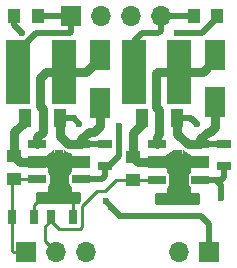
<source format=gtl>
G04 #@! TF.FileFunction,Copper,L1,Top,Signal*
%FSLAX46Y46*%
G04 Gerber Fmt 4.6, Leading zero omitted, Abs format (unit mm)*
G04 Created by KiCad (PCBNEW 4.0.2-stable) date 9/5/2017 9:47:41 PM*
%MOMM*%
G01*
G04 APERTURE LIST*
%ADD10C,0.100000*%
%ADD11C,0.600000*%
%ADD12R,1.000000X1.250000*%
%ADD13R,1.000000X1.600000*%
%ADD14R,1.250000X1.000000*%
%ADD15R,2.150000X5.500000*%
%ADD16R,1.700000X1.700000*%
%ADD17O,1.700000X1.700000*%
%ADD18R,1.300000X0.700000*%
%ADD19R,0.700000X1.300000*%
%ADD20R,1.500000X0.700000*%
%ADD21R,1.500000X1.000000*%
%ADD22R,0.800000X2.000000*%
%ADD23R,1.800000X2.500000*%
%ADD24C,0.500000*%
%ADD25C,0.750000*%
%ADD26C,0.250000*%
%ADD27C,0.254000*%
G04 APERTURE END LIST*
D10*
D11*
X68592600Y-67398800D03*
X66611400Y-61150400D03*
X59321600Y-68160800D03*
X59956600Y-61887000D03*
X56629200Y-61099600D03*
X63487200Y-67436900D03*
X65544600Y-67436900D03*
X64173000Y-67436900D03*
X66230400Y-67436900D03*
X64858800Y-67436900D03*
X56146600Y-67373400D03*
X55460800Y-67373400D03*
X54775000Y-67373400D03*
X54089200Y-67373400D03*
D12*
X51082600Y-51955600D03*
X53082600Y-51955600D03*
X68297200Y-52006400D03*
X66297200Y-52006400D03*
D13*
X61911000Y-60617000D03*
X64911000Y-60617000D03*
X52005000Y-60617000D03*
X55005000Y-60617000D03*
D14*
X51092000Y-65808000D03*
X51092000Y-63808000D03*
X61125000Y-65871500D03*
X61125000Y-63871500D03*
D15*
X51453000Y-56680000D03*
X55303000Y-56680000D03*
X61232000Y-56680000D03*
X65082000Y-56680000D03*
D16*
X55918000Y-51981000D03*
D17*
X58458000Y-51981000D03*
X60998000Y-51981000D03*
X63538000Y-51981000D03*
D16*
X52108000Y-71920000D03*
D17*
X54648000Y-71920000D03*
X57188000Y-71920000D03*
D16*
X67602000Y-71920000D03*
D17*
X65062000Y-71920000D03*
D18*
X58813600Y-62791200D03*
X58813600Y-64691200D03*
X68872000Y-62803900D03*
X68872000Y-64703900D03*
D19*
X52804000Y-68999000D03*
X50904000Y-68999000D03*
X56116200Y-68999000D03*
X54216200Y-68999000D03*
D10*
G36*
X55302000Y-63300000D02*
X56052000Y-63800000D01*
X56052000Y-64800000D01*
X55302000Y-65300000D01*
X55302000Y-63300000D01*
X55302000Y-63300000D01*
G37*
D20*
X56752000Y-62800000D03*
X56752000Y-65800000D03*
X53052000Y-62800000D03*
D21*
X53052000Y-64300000D03*
D20*
X53052000Y-65800000D03*
D21*
X56752000Y-64300000D03*
D10*
G36*
X54502000Y-65300000D02*
X53752000Y-64800000D01*
X53752000Y-63800000D01*
X54502000Y-63300000D01*
X54502000Y-65300000D01*
X54502000Y-65300000D01*
G37*
D22*
X54902000Y-64300000D03*
D10*
G36*
X65407000Y-63339500D02*
X66157000Y-63839500D01*
X66157000Y-64839500D01*
X65407000Y-65339500D01*
X65407000Y-63339500D01*
X65407000Y-63339500D01*
G37*
D20*
X66857000Y-62839500D03*
X66857000Y-65839500D03*
X63157000Y-62839500D03*
D21*
X63157000Y-64339500D03*
D20*
X63157000Y-65839500D03*
D21*
X66857000Y-64339500D03*
D10*
G36*
X64607000Y-65339500D02*
X63857000Y-64839500D01*
X63857000Y-63839500D01*
X64607000Y-63339500D01*
X64607000Y-65339500D01*
X64607000Y-65339500D01*
G37*
D22*
X65007000Y-64339500D03*
D23*
X58331000Y-59315000D03*
X58331000Y-55315000D03*
X68110000Y-59283000D03*
X68110000Y-55283000D03*
D11*
X53403400Y-67373400D03*
X51790500Y-53429998D03*
X59956600Y-61252000D03*
X68592600Y-66738400D03*
X64884200Y-53429998D03*
X56172000Y-60642400D03*
X58839000Y-67678200D03*
X66154200Y-60693200D03*
D24*
X51082600Y-51955600D02*
X51082600Y-52722098D01*
X51082600Y-52722098D02*
X51790500Y-53429998D01*
X59113600Y-64691200D02*
X59956600Y-63848200D01*
X59956600Y-63848200D02*
X59956600Y-61252000D01*
X58813600Y-64691200D02*
X59113600Y-64691200D01*
X56752000Y-65800000D02*
X58554800Y-65800000D01*
X58554800Y-65800000D02*
X58813600Y-65541200D01*
X58813600Y-65541200D02*
X58813600Y-64691200D01*
X51453000Y-56680000D02*
X51453000Y-54922000D01*
X51453000Y-54922000D02*
X52933500Y-53441500D01*
X52933500Y-53441500D02*
X55807500Y-53441500D01*
X55807500Y-53441500D02*
X55918000Y-53331000D01*
X55918000Y-53331000D02*
X55918000Y-51981000D01*
X53082600Y-51955600D02*
X55892600Y-51955600D01*
X55892600Y-51955600D02*
X55918000Y-51981000D01*
X68592600Y-66738400D02*
X68592600Y-67398800D01*
X68592600Y-66325100D02*
X68592600Y-66738400D01*
X66857000Y-65839500D02*
X68107000Y-65839500D01*
X68107000Y-65839500D02*
X68592600Y-66325100D01*
X68627900Y-65839500D02*
X68872000Y-65595400D01*
X68872000Y-65595400D02*
X68872000Y-64703900D01*
X66857000Y-65839500D02*
X68627900Y-65839500D01*
X66974400Y-53454200D02*
X64884200Y-53429998D01*
X64884200Y-53454200D02*
X64884200Y-53429998D01*
X68297200Y-52006400D02*
X68297200Y-52131400D01*
X68297200Y-52131400D02*
X66974400Y-53454200D01*
X63309400Y-53454200D02*
X63538000Y-53225600D01*
X63538000Y-53225600D02*
X63538000Y-51981000D01*
X61912400Y-53454200D02*
X63309400Y-53454200D01*
X61232000Y-54134600D02*
X61912400Y-53454200D01*
X61232000Y-56680000D02*
X61232000Y-54134600D01*
X66297200Y-52006400D02*
X63563400Y-52006400D01*
X63563400Y-52006400D02*
X63538000Y-51981000D01*
D25*
X63157000Y-64339500D02*
X61593000Y-64339500D01*
X61593000Y-64339500D02*
X61125000Y-63871500D01*
X61125000Y-61912400D02*
X61911000Y-61126400D01*
X61911000Y-61126400D02*
X61911000Y-60617000D01*
X61125000Y-63871500D02*
X61125000Y-61912400D01*
X53052000Y-64300000D02*
X51584000Y-64300000D01*
X51584000Y-64300000D02*
X51092000Y-63808000D01*
X52005000Y-60923200D02*
X51092000Y-61836200D01*
X51092000Y-61836200D02*
X51092000Y-63808000D01*
X52005000Y-60617000D02*
X52005000Y-60923200D01*
D26*
X56116200Y-68999000D02*
X56116200Y-67403800D01*
X56116200Y-67403800D02*
X56146600Y-67373400D01*
X52804000Y-68999000D02*
X52804000Y-67972800D01*
X52804000Y-67972800D02*
X53403400Y-67373400D01*
X55677000Y-64300000D02*
X56752000Y-64300000D01*
X54902000Y-64300000D02*
X55677000Y-64300000D01*
X54127000Y-64300000D02*
X54902000Y-64300000D01*
X53052000Y-64300000D02*
X54127000Y-64300000D01*
X65007000Y-64339500D02*
X64232000Y-64339500D01*
X63157000Y-64339500D02*
X64232000Y-64339500D01*
X65782000Y-64339500D02*
X66857000Y-64339500D01*
X65782000Y-64339500D02*
X65007000Y-64339500D01*
D25*
X64909600Y-61963200D02*
X64909600Y-60618400D01*
X64909600Y-60618400D02*
X64911000Y-60617000D01*
X65785900Y-62839500D02*
X64909600Y-61963200D01*
X66857000Y-62839500D02*
X65785900Y-62839500D01*
D24*
X66154200Y-60693200D02*
X66611400Y-61150400D01*
D25*
X67703600Y-61785400D02*
X68110000Y-61379000D01*
X68110000Y-61379000D02*
X68110000Y-59283000D01*
X67500400Y-61785400D02*
X67703600Y-61785400D01*
X66857000Y-62428800D02*
X67500400Y-61785400D01*
X66857000Y-62839500D02*
X66857000Y-62428800D01*
D24*
X59321600Y-68160800D02*
X58839000Y-67678200D01*
X60007400Y-68872000D02*
X60007400Y-68846600D01*
X60007400Y-68846600D02*
X59321600Y-68160800D01*
X56172000Y-60642400D02*
X56629200Y-61099600D01*
D25*
X55639400Y-62801400D02*
X56750600Y-62801400D01*
X56750600Y-62801400D02*
X56752000Y-62800000D01*
X55005000Y-60617000D02*
X55005000Y-62167000D01*
X55005000Y-62167000D02*
X55639400Y-62801400D01*
X56752000Y-62800000D02*
X56752000Y-62424600D01*
X56752000Y-62424600D02*
X57416600Y-61760000D01*
X57416600Y-61760000D02*
X57886000Y-61760000D01*
X57886000Y-61760000D02*
X58331000Y-61315000D01*
X58331000Y-61315000D02*
X58331000Y-59315000D01*
D24*
X67602000Y-71920000D02*
X67602000Y-69583200D01*
X66890800Y-68872000D02*
X60007400Y-68872000D01*
X67602000Y-69583200D02*
X66890800Y-68872000D01*
X58839000Y-67703600D02*
X58839000Y-67678200D01*
X55005000Y-60617000D02*
X56146600Y-60617000D01*
X56146600Y-60617000D02*
X56172000Y-60642400D01*
X64911000Y-60617000D02*
X66078000Y-60617000D01*
X66078000Y-60617000D02*
X66154200Y-60693200D01*
X58813600Y-62791200D02*
X56760800Y-62791200D01*
X56760800Y-62791200D02*
X56752000Y-62800000D01*
X66857000Y-62839500D02*
X68836400Y-62839500D01*
X68836400Y-62839500D02*
X68872000Y-62803900D01*
D26*
X50904000Y-68999000D02*
X50904000Y-65996000D01*
X50904000Y-65996000D02*
X51092000Y-65808000D01*
X52108000Y-71920000D02*
X51008000Y-71920000D01*
X51008000Y-71920000D02*
X50904000Y-71816000D01*
X50904000Y-71816000D02*
X50904000Y-69899000D01*
X50904000Y-69899000D02*
X50904000Y-68999000D01*
X53052000Y-65800000D02*
X51100000Y-65800000D01*
X51100000Y-65800000D02*
X51092000Y-65808000D01*
X59299500Y-66316000D02*
X59744000Y-65871500D01*
X59744000Y-65871500D02*
X61125000Y-65871500D01*
X59276198Y-66316000D02*
X59299500Y-66316000D01*
X56685202Y-70015000D02*
X55740200Y-70015000D01*
X55740200Y-70015000D02*
X55699201Y-69974001D01*
X55699201Y-69974001D02*
X54891201Y-69974001D01*
X54891201Y-69974001D02*
X54216200Y-69299000D01*
X54216200Y-69299000D02*
X54216200Y-68999000D01*
X56857800Y-68059200D02*
X56857800Y-69842402D01*
X56857800Y-69842402D02*
X56685202Y-70015000D01*
X58102400Y-66814600D02*
X56857800Y-68059200D01*
X58777598Y-66814600D02*
X58102400Y-66814600D01*
X59276198Y-66316000D02*
X58777598Y-66814600D01*
X54216200Y-68999000D02*
X54216200Y-69303800D01*
X54216200Y-69303800D02*
X53733600Y-69786400D01*
X53733600Y-69786400D02*
X53733600Y-71005600D01*
X53733600Y-71005600D02*
X54648000Y-71920000D01*
X63157000Y-65839500D02*
X61157000Y-65839500D01*
X61157000Y-65839500D02*
X61125000Y-65871500D01*
D25*
X58331000Y-55537000D02*
X57188000Y-56680000D01*
X57188000Y-56680000D02*
X55303000Y-56680000D01*
X58331000Y-55315000D02*
X58331000Y-55537000D01*
X53835200Y-56680000D02*
X55303000Y-56680000D01*
X53251000Y-57264200D02*
X53835200Y-56680000D01*
X53251000Y-59575600D02*
X53251000Y-57264200D01*
X53505000Y-59829600D02*
X53251000Y-59575600D01*
X53505000Y-61785400D02*
X53505000Y-59829600D01*
X53052000Y-62238400D02*
X53505000Y-61785400D01*
X53052000Y-62800000D02*
X53052000Y-62238400D01*
X68110000Y-55638600D02*
X67068600Y-56680000D01*
X67068600Y-56680000D02*
X65082000Y-56680000D01*
X68110000Y-55283000D02*
X68110000Y-55638600D01*
X63157000Y-62839500D02*
X63157000Y-62191800D01*
X63131600Y-59702600D02*
X63131600Y-56805400D01*
X63131600Y-56805400D02*
X63257000Y-56680000D01*
X63157000Y-62191800D02*
X63385600Y-61963200D01*
X63385600Y-61963200D02*
X63385600Y-59956600D01*
X63385600Y-59956600D02*
X63131600Y-59702600D01*
X63257000Y-56680000D02*
X65082000Y-56680000D01*
D27*
G36*
X55791000Y-65133024D02*
X55731135Y-65171546D01*
X55644141Y-65298866D01*
X55613536Y-65450000D01*
X55613536Y-66150000D01*
X55640103Y-66291190D01*
X55723546Y-66420865D01*
X55791000Y-66466954D01*
X55791000Y-66865400D01*
X55801006Y-66914810D01*
X55829447Y-66956435D01*
X55871841Y-66983715D01*
X55922231Y-66992330D01*
X56553000Y-66971304D01*
X56553000Y-67648408D01*
X56500004Y-67701404D01*
X56481565Y-67729000D01*
X52997000Y-67729000D01*
X52997000Y-66967000D01*
X53886000Y-66967000D01*
X53935410Y-66956994D01*
X53977035Y-66928553D01*
X54004315Y-66886159D01*
X54013000Y-66840000D01*
X54013000Y-66466976D01*
X54072865Y-66428454D01*
X54159859Y-66301134D01*
X54190464Y-66150000D01*
X54190464Y-65450000D01*
X54163897Y-65308810D01*
X54080454Y-65179135D01*
X54013000Y-65133046D01*
X54013000Y-63665000D01*
X55791000Y-63665000D01*
X55791000Y-65133024D01*
X55791000Y-65133024D01*
G37*
X55791000Y-65133024D02*
X55731135Y-65171546D01*
X55644141Y-65298866D01*
X55613536Y-65450000D01*
X55613536Y-66150000D01*
X55640103Y-66291190D01*
X55723546Y-66420865D01*
X55791000Y-66466954D01*
X55791000Y-66865400D01*
X55801006Y-66914810D01*
X55829447Y-66956435D01*
X55871841Y-66983715D01*
X55922231Y-66992330D01*
X56553000Y-66971304D01*
X56553000Y-67648408D01*
X56500004Y-67701404D01*
X56481565Y-67729000D01*
X52997000Y-67729000D01*
X52997000Y-66967000D01*
X53886000Y-66967000D01*
X53935410Y-66956994D01*
X53977035Y-66928553D01*
X54004315Y-66886159D01*
X54013000Y-66840000D01*
X54013000Y-66466976D01*
X54072865Y-66428454D01*
X54159859Y-66301134D01*
X54190464Y-66150000D01*
X54190464Y-65450000D01*
X54163897Y-65308810D01*
X54080454Y-65179135D01*
X54013000Y-65133046D01*
X54013000Y-63665000D01*
X55791000Y-63665000D01*
X55791000Y-65133024D01*
G36*
X65874800Y-65186166D02*
X65836135Y-65211046D01*
X65749141Y-65338366D01*
X65718536Y-65489500D01*
X65718536Y-66189500D01*
X65745103Y-66330690D01*
X65828546Y-66460365D01*
X65874800Y-66491969D01*
X65874800Y-66928900D01*
X65884806Y-66978310D01*
X65913247Y-67019935D01*
X65955641Y-67047215D01*
X66006031Y-67055830D01*
X66636800Y-67034804D01*
X66636800Y-67792500D01*
X63080800Y-67792500D01*
X63080800Y-67030500D01*
X63969800Y-67030500D01*
X64019210Y-67020494D01*
X64060835Y-66992053D01*
X64088115Y-66949659D01*
X64096800Y-66903500D01*
X64096800Y-66520118D01*
X64177865Y-66467954D01*
X64264859Y-66340634D01*
X64295464Y-66189500D01*
X64295464Y-65489500D01*
X64268897Y-65348310D01*
X64185454Y-65218635D01*
X64096800Y-65158060D01*
X64096800Y-63728500D01*
X65874800Y-63728500D01*
X65874800Y-65186166D01*
X65874800Y-65186166D01*
G37*
X65874800Y-65186166D02*
X65836135Y-65211046D01*
X65749141Y-65338366D01*
X65718536Y-65489500D01*
X65718536Y-66189500D01*
X65745103Y-66330690D01*
X65828546Y-66460365D01*
X65874800Y-66491969D01*
X65874800Y-66928900D01*
X65884806Y-66978310D01*
X65913247Y-67019935D01*
X65955641Y-67047215D01*
X66006031Y-67055830D01*
X66636800Y-67034804D01*
X66636800Y-67792500D01*
X63080800Y-67792500D01*
X63080800Y-67030500D01*
X63969800Y-67030500D01*
X64019210Y-67020494D01*
X64060835Y-66992053D01*
X64088115Y-66949659D01*
X64096800Y-66903500D01*
X64096800Y-66520118D01*
X64177865Y-66467954D01*
X64264859Y-66340634D01*
X64295464Y-66189500D01*
X64295464Y-65489500D01*
X64268897Y-65348310D01*
X64185454Y-65218635D01*
X64096800Y-65158060D01*
X64096800Y-63728500D01*
X65874800Y-63728500D01*
X65874800Y-65186166D01*
M02*

</source>
